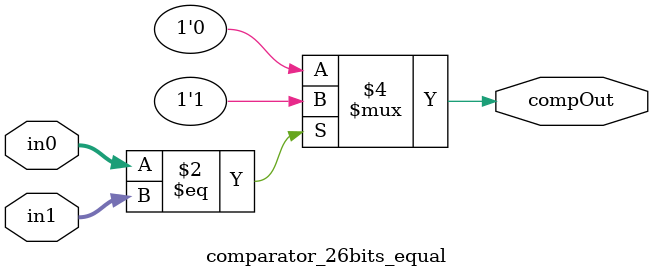
<source format=v>
module comparator_26bits_equal(input [25:0] in0, input [25:0] in1, output reg compOut);

  always @ (in0, in1)
    begin
      if (in0 == in1)
        compOut = 1'b1;
      else
        compOut = 1'b0;
    end

endmodule

</source>
